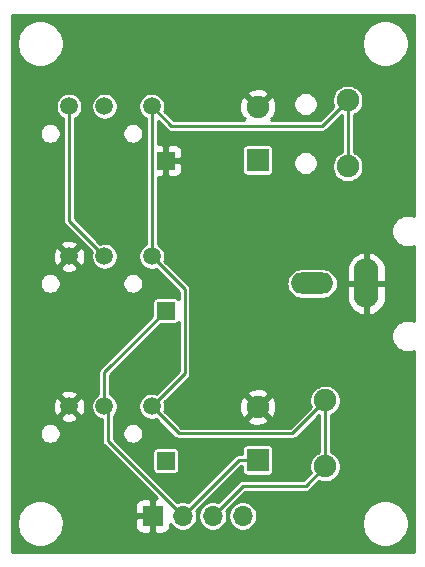
<source format=gbl>
G04 #@! TF.GenerationSoftware,KiCad,Pcbnew,(5.1.8)-1*
G04 #@! TF.CreationDate,2023-07-01T22:25:39+09:00*
G04 #@! TF.ProjectId,TRRS,54525253-2e6b-4696-9361-645f70636258,rev?*
G04 #@! TF.SameCoordinates,PX9157080PY791ddc0*
G04 #@! TF.FileFunction,Copper,L2,Bot*
G04 #@! TF.FilePolarity,Positive*
%FSLAX46Y46*%
G04 Gerber Fmt 4.6, Leading zero omitted, Abs format (unit mm)*
G04 Created by KiCad (PCBNEW (5.1.8)-1) date 2023-07-01 22:25:39*
%MOMM*%
%LPD*%
G01*
G04 APERTURE LIST*
G04 #@! TA.AperFunction,ComponentPad*
%ADD10C,1.900000*%
G04 #@! TD*
G04 #@! TA.AperFunction,ComponentPad*
%ADD11R,1.900000X1.900000*%
G04 #@! TD*
G04 #@! TA.AperFunction,ComponentPad*
%ADD12O,3.600000X1.800000*%
G04 #@! TD*
G04 #@! TA.AperFunction,ComponentPad*
%ADD13O,2.100000X4.200000*%
G04 #@! TD*
G04 #@! TA.AperFunction,ComponentPad*
%ADD14C,1.500000*%
G04 #@! TD*
G04 #@! TA.AperFunction,ComponentPad*
%ADD15R,1.500000X1.500000*%
G04 #@! TD*
G04 #@! TA.AperFunction,ComponentPad*
%ADD16O,1.700000X1.700000*%
G04 #@! TD*
G04 #@! TA.AperFunction,ComponentPad*
%ADD17R,1.700000X1.700000*%
G04 #@! TD*
G04 #@! TA.AperFunction,ViaPad*
%ADD18C,0.800000*%
G04 #@! TD*
G04 #@! TA.AperFunction,Conductor*
%ADD19C,0.250000*%
G04 #@! TD*
G04 #@! TA.AperFunction,Conductor*
%ADD20C,0.254000*%
G04 #@! TD*
G04 #@! TA.AperFunction,Conductor*
%ADD21C,0.100000*%
G04 #@! TD*
G04 APERTURE END LIST*
D10*
X21590000Y13045000D03*
D11*
X21590000Y8545000D03*
D10*
X27305000Y13589000D03*
X27305000Y8001000D03*
D12*
X26200000Y23495000D03*
D13*
X30800000Y23495000D03*
D14*
X8620000Y38495000D03*
D15*
X13820000Y33895000D03*
D14*
X5620000Y38495000D03*
X12620000Y38495000D03*
D16*
X20320000Y3810000D03*
X17780000Y3810000D03*
X15240000Y3810000D03*
D17*
X12700000Y3810000D03*
D14*
X8620000Y25795000D03*
D15*
X13820000Y21195000D03*
D14*
X5620000Y25795000D03*
X12620000Y25795000D03*
X8620000Y13095000D03*
D15*
X13820000Y8495000D03*
D14*
X5620000Y13095000D03*
X12620000Y13095000D03*
D10*
X21590000Y38445000D03*
D11*
X21590000Y33945000D03*
D10*
X29210000Y38989000D03*
X29210000Y33401000D03*
D18*
X27305000Y3810000D03*
X27305000Y41275000D03*
X19050000Y41275000D03*
X19050000Y23495000D03*
X8255000Y41275000D03*
D19*
X5620000Y28795000D02*
X8620000Y25795000D01*
X5620000Y38495000D02*
X5620000Y28795000D01*
X29210000Y38989000D02*
X29210000Y33401000D01*
X27305000Y13589000D02*
X27305000Y8001000D01*
X25654000Y6350000D02*
X27305000Y8001000D01*
X20320000Y6350000D02*
X25654000Y6350000D01*
X17780000Y3810000D02*
X20320000Y6350000D01*
X24511000Y10795000D02*
X27305000Y13589000D01*
X14920000Y10795000D02*
X24511000Y10795000D01*
X12620000Y13095000D02*
X14920000Y10795000D01*
X12620000Y13095000D02*
X15400000Y15875000D01*
X15400000Y23015000D02*
X12620000Y25795000D01*
X15400000Y15875000D02*
X15400000Y23015000D01*
X12620000Y25795000D02*
X12620000Y38495000D01*
X12620000Y38495000D02*
X14285000Y36830000D01*
X27051000Y36830000D02*
X29210000Y38989000D01*
X14285000Y36830000D02*
X27051000Y36830000D01*
X15240000Y3810000D02*
X8890000Y10160000D01*
X8890000Y12825000D02*
X8620000Y13095000D01*
X8890000Y10160000D02*
X8890000Y12825000D01*
X19975000Y8545000D02*
X15240000Y3810000D01*
X21590000Y8545000D02*
X19975000Y8545000D01*
X8620000Y15995000D02*
X13820000Y21195000D01*
X8620000Y13095000D02*
X8620000Y15995000D01*
D20*
X34798000Y29224363D02*
X34692823Y29267929D01*
X34426017Y29321000D01*
X34153983Y29321000D01*
X33887177Y29267929D01*
X33635851Y29163826D01*
X33409664Y29012693D01*
X33217307Y28820336D01*
X33066174Y28594149D01*
X32962071Y28342823D01*
X32909000Y28076017D01*
X32909000Y27803983D01*
X32962071Y27537177D01*
X33066174Y27285851D01*
X33217307Y27059664D01*
X33409664Y26867307D01*
X33635851Y26716174D01*
X33887177Y26612071D01*
X34153983Y26559000D01*
X34426017Y26559000D01*
X34692823Y26612071D01*
X34798000Y26655637D01*
X34798000Y20334363D01*
X34692823Y20377929D01*
X34426017Y20431000D01*
X34153983Y20431000D01*
X33887177Y20377929D01*
X33635851Y20273826D01*
X33409664Y20122693D01*
X33217307Y19930336D01*
X33066174Y19704149D01*
X32962071Y19452823D01*
X32909000Y19186017D01*
X32909000Y18913983D01*
X32962071Y18647177D01*
X33066174Y18395851D01*
X33217307Y18169664D01*
X33409664Y17977307D01*
X33635851Y17826174D01*
X33887177Y17722071D01*
X34153983Y17669000D01*
X34426017Y17669000D01*
X34692823Y17722071D01*
X34798000Y17765637D01*
X34798000Y762000D01*
X762000Y762000D01*
X762000Y3370111D01*
X1194000Y3370111D01*
X1194000Y2979889D01*
X1270129Y2597164D01*
X1419461Y2236645D01*
X1636257Y1912186D01*
X1912186Y1636257D01*
X2236645Y1419461D01*
X2597164Y1270129D01*
X2979889Y1194000D01*
X3370111Y1194000D01*
X3752836Y1270129D01*
X4113355Y1419461D01*
X4437814Y1636257D01*
X4713743Y1912186D01*
X4930539Y2236645D01*
X5079871Y2597164D01*
X5152043Y2960000D01*
X11211928Y2960000D01*
X11224188Y2835518D01*
X11260498Y2715820D01*
X11319463Y2605506D01*
X11398815Y2508815D01*
X11495506Y2429463D01*
X11605820Y2370498D01*
X11725518Y2334188D01*
X11850000Y2321928D01*
X12414250Y2325000D01*
X12573000Y2483750D01*
X12573000Y3683000D01*
X11373750Y3683000D01*
X11215000Y3524250D01*
X11211928Y2960000D01*
X5152043Y2960000D01*
X5156000Y2979889D01*
X5156000Y3370111D01*
X5079871Y3752836D01*
X4930539Y4113355D01*
X4713743Y4437814D01*
X4491557Y4660000D01*
X11211928Y4660000D01*
X11215000Y4095750D01*
X11373750Y3937000D01*
X12573000Y3937000D01*
X12573000Y5136250D01*
X12414250Y5295000D01*
X11850000Y5298072D01*
X11725518Y5285812D01*
X11605820Y5249502D01*
X11495506Y5190537D01*
X11398815Y5111185D01*
X11319463Y5014494D01*
X11260498Y4904180D01*
X11224188Y4784482D01*
X11211928Y4660000D01*
X4491557Y4660000D01*
X4437814Y4713743D01*
X4113355Y4930539D01*
X3752836Y5079871D01*
X3370111Y5156000D01*
X2979889Y5156000D01*
X2597164Y5079871D01*
X2236645Y4930539D01*
X1912186Y4713743D01*
X1636257Y4437814D01*
X1419461Y4113355D01*
X1270129Y3752836D01*
X1194000Y3370111D01*
X762000Y3370111D01*
X762000Y10881771D01*
X3139000Y10881771D01*
X3139000Y10708229D01*
X3172856Y10538022D01*
X3239268Y10377690D01*
X3335682Y10233395D01*
X3458395Y10110682D01*
X3602690Y10014268D01*
X3763022Y9947856D01*
X3933229Y9914000D01*
X4106771Y9914000D01*
X4276978Y9947856D01*
X4437310Y10014268D01*
X4581605Y10110682D01*
X4704318Y10233395D01*
X4800732Y10377690D01*
X4867144Y10538022D01*
X4901000Y10708229D01*
X4901000Y10881771D01*
X4867144Y11051978D01*
X4800732Y11212310D01*
X4704318Y11356605D01*
X4581605Y11479318D01*
X4437310Y11575732D01*
X4276978Y11642144D01*
X4106771Y11676000D01*
X3933229Y11676000D01*
X3763022Y11642144D01*
X3602690Y11575732D01*
X3458395Y11479318D01*
X3335682Y11356605D01*
X3239268Y11212310D01*
X3172856Y11051978D01*
X3139000Y10881771D01*
X762000Y10881771D01*
X762000Y12138007D01*
X4842612Y12138007D01*
X4908137Y11899140D01*
X5155116Y11783240D01*
X5419960Y11717750D01*
X5692492Y11705188D01*
X5962238Y11746035D01*
X6218832Y11838723D01*
X6331863Y11899140D01*
X6397388Y12138007D01*
X5620000Y12915395D01*
X4842612Y12138007D01*
X762000Y12138007D01*
X762000Y13022508D01*
X4230188Y13022508D01*
X4271035Y12752762D01*
X4363723Y12496168D01*
X4424140Y12383137D01*
X4663007Y12317612D01*
X5440395Y13095000D01*
X5799605Y13095000D01*
X6576993Y12317612D01*
X6815860Y12383137D01*
X6931760Y12630116D01*
X6997250Y12894960D01*
X7009812Y13167492D01*
X7003922Y13206394D01*
X7489000Y13206394D01*
X7489000Y12983606D01*
X7532464Y12765100D01*
X7617721Y12559271D01*
X7741495Y12374030D01*
X7899030Y12216495D01*
X8084271Y12092721D01*
X8290100Y12007464D01*
X8384001Y11988786D01*
X8384000Y10184846D01*
X8381553Y10160000D01*
X8384000Y10135154D01*
X8384000Y10135147D01*
X8391322Y10060808D01*
X8420255Y9965426D01*
X8467241Y9877521D01*
X8530473Y9800473D01*
X8549785Y9784624D01*
X13039118Y5295291D01*
X12985750Y5295000D01*
X12827000Y5136250D01*
X12827000Y3937000D01*
X12847000Y3937000D01*
X12847000Y3683000D01*
X12827000Y3683000D01*
X12827000Y2483750D01*
X12985750Y2325000D01*
X13550000Y2321928D01*
X13674482Y2334188D01*
X13794180Y2370498D01*
X13904494Y2429463D01*
X14001185Y2508815D01*
X14080537Y2605506D01*
X14139502Y2715820D01*
X14175812Y2835518D01*
X14188072Y2960000D01*
X14186927Y3170294D01*
X14283820Y3025283D01*
X14455283Y2853820D01*
X14656903Y2719102D01*
X14880931Y2626307D01*
X15118757Y2579000D01*
X15361243Y2579000D01*
X15599069Y2626307D01*
X15823097Y2719102D01*
X16024717Y2853820D01*
X16196180Y3025283D01*
X16330898Y3226903D01*
X16423693Y3450931D01*
X16471000Y3688757D01*
X16471000Y3931243D01*
X16423693Y4169069D01*
X16391758Y4246167D01*
X20184592Y8039000D01*
X20257157Y8039000D01*
X20257157Y7595000D01*
X20264513Y7520311D01*
X20286299Y7448492D01*
X20321678Y7382304D01*
X20369289Y7324289D01*
X20427304Y7276678D01*
X20493492Y7241299D01*
X20565311Y7219513D01*
X20640000Y7212157D01*
X22540000Y7212157D01*
X22614689Y7219513D01*
X22686508Y7241299D01*
X22752696Y7276678D01*
X22810711Y7324289D01*
X22858322Y7382304D01*
X22893701Y7448492D01*
X22915487Y7520311D01*
X22922843Y7595000D01*
X22922843Y9495000D01*
X22915487Y9569689D01*
X22893701Y9641508D01*
X22858322Y9707696D01*
X22810711Y9765711D01*
X22752696Y9813322D01*
X22686508Y9848701D01*
X22614689Y9870487D01*
X22540000Y9877843D01*
X20640000Y9877843D01*
X20565311Y9870487D01*
X20493492Y9848701D01*
X20427304Y9813322D01*
X20369289Y9765711D01*
X20321678Y9707696D01*
X20286299Y9641508D01*
X20264513Y9569689D01*
X20257157Y9495000D01*
X20257157Y9051000D01*
X19999845Y9051000D01*
X19974999Y9053447D01*
X19950153Y9051000D01*
X19950146Y9051000D01*
X19885694Y9044652D01*
X19875806Y9043678D01*
X19780425Y9014745D01*
X19692521Y8967759D01*
X19615473Y8904527D01*
X19599628Y8885220D01*
X15676167Y4961758D01*
X15599069Y4993693D01*
X15361243Y5041000D01*
X15118757Y5041000D01*
X14880931Y4993693D01*
X14803834Y4961758D01*
X10520592Y9245000D01*
X12687157Y9245000D01*
X12687157Y7745000D01*
X12694513Y7670311D01*
X12716299Y7598492D01*
X12751678Y7532304D01*
X12799289Y7474289D01*
X12857304Y7426678D01*
X12923492Y7391299D01*
X12995311Y7369513D01*
X13070000Y7362157D01*
X14570000Y7362157D01*
X14644689Y7369513D01*
X14716508Y7391299D01*
X14782696Y7426678D01*
X14840711Y7474289D01*
X14888322Y7532304D01*
X14923701Y7598492D01*
X14945487Y7670311D01*
X14952843Y7745000D01*
X14952843Y9245000D01*
X14945487Y9319689D01*
X14923701Y9391508D01*
X14888322Y9457696D01*
X14840711Y9515711D01*
X14782696Y9563322D01*
X14716508Y9598701D01*
X14644689Y9620487D01*
X14570000Y9627843D01*
X13070000Y9627843D01*
X12995311Y9620487D01*
X12923492Y9598701D01*
X12857304Y9563322D01*
X12799289Y9515711D01*
X12751678Y9457696D01*
X12716299Y9391508D01*
X12694513Y9319689D01*
X12687157Y9245000D01*
X10520592Y9245000D01*
X9396000Y10369591D01*
X9396000Y10881771D01*
X10139000Y10881771D01*
X10139000Y10708229D01*
X10172856Y10538022D01*
X10239268Y10377690D01*
X10335682Y10233395D01*
X10458395Y10110682D01*
X10602690Y10014268D01*
X10763022Y9947856D01*
X10933229Y9914000D01*
X11106771Y9914000D01*
X11276978Y9947856D01*
X11437310Y10014268D01*
X11581605Y10110682D01*
X11704318Y10233395D01*
X11800732Y10377690D01*
X11867144Y10538022D01*
X11901000Y10708229D01*
X11901000Y10881771D01*
X11867144Y11051978D01*
X11800732Y11212310D01*
X11704318Y11356605D01*
X11581605Y11479318D01*
X11437310Y11575732D01*
X11276978Y11642144D01*
X11106771Y11676000D01*
X10933229Y11676000D01*
X10763022Y11642144D01*
X10602690Y11575732D01*
X10458395Y11479318D01*
X10335682Y11356605D01*
X10239268Y11212310D01*
X10172856Y11051978D01*
X10139000Y10881771D01*
X9396000Y10881771D01*
X9396000Y12271525D01*
X9498505Y12374030D01*
X9622279Y12559271D01*
X9707536Y12765100D01*
X9751000Y12983606D01*
X9751000Y13206394D01*
X9707536Y13424900D01*
X9622279Y13630729D01*
X9498505Y13815970D01*
X9340970Y13973505D01*
X9155729Y14097279D01*
X9126000Y14109593D01*
X9126000Y15785409D01*
X13402749Y20062157D01*
X14570000Y20062157D01*
X14644689Y20069513D01*
X14716508Y20091299D01*
X14782696Y20126678D01*
X14840711Y20174289D01*
X14888322Y20232304D01*
X14894001Y20242928D01*
X14894000Y16084592D01*
X12979630Y14170221D01*
X12949900Y14182536D01*
X12731394Y14226000D01*
X12508606Y14226000D01*
X12290100Y14182536D01*
X12084271Y14097279D01*
X11899030Y13973505D01*
X11741495Y13815970D01*
X11617721Y13630729D01*
X11532464Y13424900D01*
X11489000Y13206394D01*
X11489000Y12983606D01*
X11532464Y12765100D01*
X11617721Y12559271D01*
X11741495Y12374030D01*
X11899030Y12216495D01*
X12084271Y12092721D01*
X12290100Y12007464D01*
X12508606Y11964000D01*
X12731394Y11964000D01*
X12949900Y12007464D01*
X12979630Y12019779D01*
X14544628Y10454780D01*
X14560473Y10435473D01*
X14637521Y10372241D01*
X14725425Y10325255D01*
X14820806Y10296322D01*
X14830694Y10295348D01*
X14895146Y10289000D01*
X14895153Y10289000D01*
X14919999Y10286553D01*
X14944845Y10289000D01*
X24486154Y10289000D01*
X24511000Y10286553D01*
X24535846Y10289000D01*
X24535854Y10289000D01*
X24610193Y10296322D01*
X24705575Y10325255D01*
X24793479Y10372241D01*
X24870527Y10435473D01*
X24886376Y10454785D01*
X26792297Y12360705D01*
X26799000Y12357928D01*
X26799001Y9232072D01*
X26674535Y9180517D01*
X26456537Y9034855D01*
X26271145Y8849463D01*
X26125483Y8631465D01*
X26025150Y8389238D01*
X25974000Y8132092D01*
X25974000Y7869908D01*
X26025150Y7612762D01*
X26076705Y7488296D01*
X25444409Y6856000D01*
X20344845Y6856000D01*
X20319999Y6858447D01*
X20295153Y6856000D01*
X20295146Y6856000D01*
X20230694Y6849652D01*
X20220806Y6848678D01*
X20198607Y6841944D01*
X20125425Y6819745D01*
X20037521Y6772759D01*
X19960473Y6709527D01*
X19944629Y6690221D01*
X18216167Y4961758D01*
X18139069Y4993693D01*
X17901243Y5041000D01*
X17658757Y5041000D01*
X17420931Y4993693D01*
X17196903Y4900898D01*
X16995283Y4766180D01*
X16823820Y4594717D01*
X16689102Y4393097D01*
X16596307Y4169069D01*
X16549000Y3931243D01*
X16549000Y3688757D01*
X16596307Y3450931D01*
X16689102Y3226903D01*
X16823820Y3025283D01*
X16995283Y2853820D01*
X17196903Y2719102D01*
X17420931Y2626307D01*
X17658757Y2579000D01*
X17901243Y2579000D01*
X18139069Y2626307D01*
X18363097Y2719102D01*
X18564717Y2853820D01*
X18736180Y3025283D01*
X18870898Y3226903D01*
X18963693Y3450931D01*
X19011000Y3688757D01*
X19011000Y3931243D01*
X19089000Y3931243D01*
X19089000Y3688757D01*
X19136307Y3450931D01*
X19229102Y3226903D01*
X19363820Y3025283D01*
X19535283Y2853820D01*
X19736903Y2719102D01*
X19960931Y2626307D01*
X20198757Y2579000D01*
X20441243Y2579000D01*
X20679069Y2626307D01*
X20903097Y2719102D01*
X21104717Y2853820D01*
X21276180Y3025283D01*
X21410898Y3226903D01*
X21470216Y3370111D01*
X30404000Y3370111D01*
X30404000Y2979889D01*
X30480129Y2597164D01*
X30629461Y2236645D01*
X30846257Y1912186D01*
X31122186Y1636257D01*
X31446645Y1419461D01*
X31807164Y1270129D01*
X32189889Y1194000D01*
X32580111Y1194000D01*
X32962836Y1270129D01*
X33323355Y1419461D01*
X33647814Y1636257D01*
X33923743Y1912186D01*
X34140539Y2236645D01*
X34289871Y2597164D01*
X34366000Y2979889D01*
X34366000Y3370111D01*
X34289871Y3752836D01*
X34140539Y4113355D01*
X33923743Y4437814D01*
X33647814Y4713743D01*
X33323355Y4930539D01*
X32962836Y5079871D01*
X32580111Y5156000D01*
X32189889Y5156000D01*
X31807164Y5079871D01*
X31446645Y4930539D01*
X31122186Y4713743D01*
X30846257Y4437814D01*
X30629461Y4113355D01*
X30480129Y3752836D01*
X30404000Y3370111D01*
X21470216Y3370111D01*
X21503693Y3450931D01*
X21551000Y3688757D01*
X21551000Y3931243D01*
X21503693Y4169069D01*
X21410898Y4393097D01*
X21276180Y4594717D01*
X21104717Y4766180D01*
X20903097Y4900898D01*
X20679069Y4993693D01*
X20441243Y5041000D01*
X20198757Y5041000D01*
X19960931Y4993693D01*
X19736903Y4900898D01*
X19535283Y4766180D01*
X19363820Y4594717D01*
X19229102Y4393097D01*
X19136307Y4169069D01*
X19089000Y3931243D01*
X19011000Y3931243D01*
X18963693Y4169069D01*
X18931758Y4246167D01*
X20529592Y5844000D01*
X25629154Y5844000D01*
X25654000Y5841553D01*
X25678846Y5844000D01*
X25678854Y5844000D01*
X25753193Y5851322D01*
X25848575Y5880255D01*
X25936479Y5927241D01*
X26013527Y5990473D01*
X26029376Y6009785D01*
X26792296Y6772705D01*
X26916762Y6721150D01*
X27173908Y6670000D01*
X27436092Y6670000D01*
X27693238Y6721150D01*
X27935465Y6821483D01*
X28153463Y6967145D01*
X28338855Y7152537D01*
X28484517Y7370535D01*
X28584850Y7612762D01*
X28636000Y7869908D01*
X28636000Y8132092D01*
X28584850Y8389238D01*
X28484517Y8631465D01*
X28338855Y8849463D01*
X28153463Y9034855D01*
X27935465Y9180517D01*
X27811000Y9232072D01*
X27811000Y12357928D01*
X27935465Y12409483D01*
X28153463Y12555145D01*
X28338855Y12740537D01*
X28484517Y12958535D01*
X28584850Y13200762D01*
X28636000Y13457908D01*
X28636000Y13720092D01*
X28584850Y13977238D01*
X28484517Y14219465D01*
X28338855Y14437463D01*
X28153463Y14622855D01*
X27935465Y14768517D01*
X27693238Y14868850D01*
X27436092Y14920000D01*
X27173908Y14920000D01*
X26916762Y14868850D01*
X26674535Y14768517D01*
X26456537Y14622855D01*
X26271145Y14437463D01*
X26125483Y14219465D01*
X26025150Y13977238D01*
X25974000Y13720092D01*
X25974000Y13457908D01*
X26025150Y13200762D01*
X26076705Y13076297D01*
X24301409Y11301000D01*
X15129592Y11301000D01*
X14485344Y11945248D01*
X20669853Y11945248D01*
X20759579Y11685958D01*
X21040671Y11550065D01*
X21342873Y11471621D01*
X21654573Y11453641D01*
X21963791Y11496816D01*
X22258644Y11599487D01*
X22420421Y11685958D01*
X22510147Y11945248D01*
X21590000Y12865395D01*
X20669853Y11945248D01*
X14485344Y11945248D01*
X13695221Y12735370D01*
X13707536Y12765100D01*
X13750367Y12980427D01*
X19998641Y12980427D01*
X20041816Y12671209D01*
X20144487Y12376356D01*
X20230958Y12214579D01*
X20490248Y12124853D01*
X21410395Y13045000D01*
X21769605Y13045000D01*
X22689752Y12124853D01*
X22949042Y12214579D01*
X23084935Y12495671D01*
X23163379Y12797873D01*
X23181359Y13109573D01*
X23138184Y13418791D01*
X23035513Y13713644D01*
X22949042Y13875421D01*
X22689752Y13965147D01*
X21769605Y13045000D01*
X21410395Y13045000D01*
X20490248Y13965147D01*
X20230958Y13875421D01*
X20095065Y13594329D01*
X20016621Y13292127D01*
X19998641Y12980427D01*
X13750367Y12980427D01*
X13751000Y12983606D01*
X13751000Y13206394D01*
X13707536Y13424900D01*
X13695221Y13454630D01*
X14385343Y14144752D01*
X20669853Y14144752D01*
X21590000Y13224605D01*
X22510147Y14144752D01*
X22420421Y14404042D01*
X22139329Y14539935D01*
X21837127Y14618379D01*
X21525427Y14636359D01*
X21216209Y14593184D01*
X20921356Y14490513D01*
X20759579Y14404042D01*
X20669853Y14144752D01*
X14385343Y14144752D01*
X15740220Y15499628D01*
X15759527Y15515473D01*
X15822759Y15592521D01*
X15869745Y15680425D01*
X15898678Y15775807D01*
X15906000Y15850146D01*
X15906000Y15850147D01*
X15908448Y15875000D01*
X15906000Y15899854D01*
X15906000Y22990146D01*
X15908448Y23015000D01*
X15898678Y23114193D01*
X15869745Y23209575D01*
X15822759Y23297479D01*
X15759527Y23374527D01*
X15740220Y23390372D01*
X15635592Y23495000D01*
X24012802Y23495000D01*
X24037535Y23243880D01*
X24110784Y23002411D01*
X24229734Y22779871D01*
X24389814Y22584814D01*
X24584871Y22424734D01*
X24807411Y22305784D01*
X25048880Y22232535D01*
X25237070Y22214000D01*
X27162930Y22214000D01*
X27351120Y22232535D01*
X27592589Y22305784D01*
X27815129Y22424734D01*
X28010186Y22584814D01*
X28170266Y22779871D01*
X28289216Y23002411D01*
X28362465Y23243880D01*
X28374689Y23368000D01*
X29115000Y23368000D01*
X29115000Y22318000D01*
X29172153Y21991713D01*
X29291864Y21682846D01*
X29469531Y21403268D01*
X29698327Y21163723D01*
X29969460Y20973417D01*
X30272510Y20839663D01*
X30411721Y20805346D01*
X30673000Y20924043D01*
X30673000Y23368000D01*
X30927000Y23368000D01*
X30927000Y20924043D01*
X31188279Y20805346D01*
X31327490Y20839663D01*
X31630540Y20973417D01*
X31901673Y21163723D01*
X32130469Y21403268D01*
X32308136Y21682846D01*
X32427847Y21991713D01*
X32485000Y22318000D01*
X32485000Y23368000D01*
X30927000Y23368000D01*
X30673000Y23368000D01*
X29115000Y23368000D01*
X28374689Y23368000D01*
X28387198Y23495000D01*
X28362465Y23746120D01*
X28289216Y23987589D01*
X28170266Y24210129D01*
X28010186Y24405186D01*
X27815129Y24565266D01*
X27615444Y24672000D01*
X29115000Y24672000D01*
X29115000Y23622000D01*
X30673000Y23622000D01*
X30673000Y26065957D01*
X30927000Y26065957D01*
X30927000Y23622000D01*
X32485000Y23622000D01*
X32485000Y24672000D01*
X32427847Y24998287D01*
X32308136Y25307154D01*
X32130469Y25586732D01*
X31901673Y25826277D01*
X31630540Y26016583D01*
X31327490Y26150337D01*
X31188279Y26184654D01*
X30927000Y26065957D01*
X30673000Y26065957D01*
X30411721Y26184654D01*
X30272510Y26150337D01*
X29969460Y26016583D01*
X29698327Y25826277D01*
X29469531Y25586732D01*
X29291864Y25307154D01*
X29172153Y24998287D01*
X29115000Y24672000D01*
X27615444Y24672000D01*
X27592589Y24684216D01*
X27351120Y24757465D01*
X27162930Y24776000D01*
X25237070Y24776000D01*
X25048880Y24757465D01*
X24807411Y24684216D01*
X24584871Y24565266D01*
X24389814Y24405186D01*
X24229734Y24210129D01*
X24110784Y23987589D01*
X24037535Y23746120D01*
X24012802Y23495000D01*
X15635592Y23495000D01*
X13695221Y25435370D01*
X13707536Y25465100D01*
X13751000Y25683606D01*
X13751000Y25906394D01*
X13707536Y26124900D01*
X13622279Y26330729D01*
X13498505Y26515970D01*
X13340970Y26673505D01*
X13155729Y26797279D01*
X13126000Y26809593D01*
X13126000Y32507299D01*
X13534250Y32510000D01*
X13693000Y32668750D01*
X13693000Y33768000D01*
X13947000Y33768000D01*
X13947000Y32668750D01*
X14105750Y32510000D01*
X14570000Y32506928D01*
X14694482Y32519188D01*
X14814180Y32555498D01*
X14924494Y32614463D01*
X15021185Y32693815D01*
X15100537Y32790506D01*
X15159502Y32900820D01*
X15195812Y33020518D01*
X15208072Y33145000D01*
X15205000Y33609250D01*
X15046250Y33768000D01*
X13947000Y33768000D01*
X13693000Y33768000D01*
X13673000Y33768000D01*
X13673000Y34022000D01*
X13693000Y34022000D01*
X13693000Y35121250D01*
X13947000Y35121250D01*
X13947000Y34022000D01*
X15046250Y34022000D01*
X15205000Y34180750D01*
X15208072Y34645000D01*
X15195812Y34769482D01*
X15159502Y34889180D01*
X15156392Y34895000D01*
X20257157Y34895000D01*
X20257157Y32995000D01*
X20264513Y32920311D01*
X20286299Y32848492D01*
X20321678Y32782304D01*
X20369289Y32724289D01*
X20427304Y32676678D01*
X20493492Y32641299D01*
X20565311Y32619513D01*
X20640000Y32612157D01*
X22540000Y32612157D01*
X22614689Y32619513D01*
X22686508Y32641299D01*
X22752696Y32676678D01*
X22810711Y32724289D01*
X22858322Y32782304D01*
X22893701Y32848492D01*
X22915487Y32920311D01*
X22922843Y32995000D01*
X22922843Y33796545D01*
X24609000Y33796545D01*
X24609000Y33593455D01*
X24648620Y33394268D01*
X24726339Y33206638D01*
X24839170Y33037776D01*
X24982776Y32894170D01*
X25151638Y32781339D01*
X25339268Y32703620D01*
X25538455Y32664000D01*
X25741545Y32664000D01*
X25940732Y32703620D01*
X26128362Y32781339D01*
X26297224Y32894170D01*
X26440830Y33037776D01*
X26553661Y33206638D01*
X26631380Y33394268D01*
X26671000Y33593455D01*
X26671000Y33796545D01*
X26631380Y33995732D01*
X26553661Y34183362D01*
X26440830Y34352224D01*
X26297224Y34495830D01*
X26128362Y34608661D01*
X25940732Y34686380D01*
X25741545Y34726000D01*
X25538455Y34726000D01*
X25339268Y34686380D01*
X25151638Y34608661D01*
X24982776Y34495830D01*
X24839170Y34352224D01*
X24726339Y34183362D01*
X24648620Y33995732D01*
X24609000Y33796545D01*
X22922843Y33796545D01*
X22922843Y34895000D01*
X22915487Y34969689D01*
X22893701Y35041508D01*
X22858322Y35107696D01*
X22810711Y35165711D01*
X22752696Y35213322D01*
X22686508Y35248701D01*
X22614689Y35270487D01*
X22540000Y35277843D01*
X20640000Y35277843D01*
X20565311Y35270487D01*
X20493492Y35248701D01*
X20427304Y35213322D01*
X20369289Y35165711D01*
X20321678Y35107696D01*
X20286299Y35041508D01*
X20264513Y34969689D01*
X20257157Y34895000D01*
X15156392Y34895000D01*
X15100537Y34999494D01*
X15021185Y35096185D01*
X14924494Y35175537D01*
X14814180Y35234502D01*
X14694482Y35270812D01*
X14570000Y35283072D01*
X14105750Y35280000D01*
X13947000Y35121250D01*
X13693000Y35121250D01*
X13534250Y35280000D01*
X13126000Y35282701D01*
X13126000Y37273408D01*
X13909628Y36489780D01*
X13925473Y36470473D01*
X14002521Y36407241D01*
X14090425Y36360255D01*
X14185807Y36331322D01*
X14285000Y36321552D01*
X14309854Y36324000D01*
X27026154Y36324000D01*
X27051000Y36321553D01*
X27075846Y36324000D01*
X27075854Y36324000D01*
X27150193Y36331322D01*
X27245575Y36360255D01*
X27333479Y36407241D01*
X27410527Y36470473D01*
X27426376Y36489785D01*
X28697297Y37760705D01*
X28704000Y37757928D01*
X28704001Y34632072D01*
X28579535Y34580517D01*
X28361537Y34434855D01*
X28176145Y34249463D01*
X28030483Y34031465D01*
X27930150Y33789238D01*
X27879000Y33532092D01*
X27879000Y33269908D01*
X27930150Y33012762D01*
X28030483Y32770535D01*
X28176145Y32552537D01*
X28361537Y32367145D01*
X28579535Y32221483D01*
X28821762Y32121150D01*
X29078908Y32070000D01*
X29341092Y32070000D01*
X29598238Y32121150D01*
X29840465Y32221483D01*
X30058463Y32367145D01*
X30243855Y32552537D01*
X30389517Y32770535D01*
X30489850Y33012762D01*
X30541000Y33269908D01*
X30541000Y33532092D01*
X30489850Y33789238D01*
X30389517Y34031465D01*
X30243855Y34249463D01*
X30058463Y34434855D01*
X29840465Y34580517D01*
X29716000Y34632072D01*
X29716000Y37757928D01*
X29840465Y37809483D01*
X30058463Y37955145D01*
X30243855Y38140537D01*
X30389517Y38358535D01*
X30489850Y38600762D01*
X30541000Y38857908D01*
X30541000Y39120092D01*
X30489850Y39377238D01*
X30389517Y39619465D01*
X30243855Y39837463D01*
X30058463Y40022855D01*
X29840465Y40168517D01*
X29598238Y40268850D01*
X29341092Y40320000D01*
X29078908Y40320000D01*
X28821762Y40268850D01*
X28579535Y40168517D01*
X28361537Y40022855D01*
X28176145Y39837463D01*
X28030483Y39619465D01*
X27930150Y39377238D01*
X27879000Y39120092D01*
X27879000Y38857908D01*
X27930150Y38600762D01*
X27981705Y38476297D01*
X26841409Y37336000D01*
X22732506Y37336000D01*
X22805557Y37409051D01*
X22689754Y37524854D01*
X22949042Y37614579D01*
X23084935Y37895671D01*
X23163379Y38197873D01*
X23181359Y38509573D01*
X23141291Y38796545D01*
X24609000Y38796545D01*
X24609000Y38593455D01*
X24648620Y38394268D01*
X24726339Y38206638D01*
X24839170Y38037776D01*
X24982776Y37894170D01*
X25151638Y37781339D01*
X25339268Y37703620D01*
X25538455Y37664000D01*
X25741545Y37664000D01*
X25940732Y37703620D01*
X26128362Y37781339D01*
X26297224Y37894170D01*
X26440830Y38037776D01*
X26553661Y38206638D01*
X26631380Y38394268D01*
X26671000Y38593455D01*
X26671000Y38796545D01*
X26631380Y38995732D01*
X26553661Y39183362D01*
X26440830Y39352224D01*
X26297224Y39495830D01*
X26128362Y39608661D01*
X25940732Y39686380D01*
X25741545Y39726000D01*
X25538455Y39726000D01*
X25339268Y39686380D01*
X25151638Y39608661D01*
X24982776Y39495830D01*
X24839170Y39352224D01*
X24726339Y39183362D01*
X24648620Y38995732D01*
X24609000Y38796545D01*
X23141291Y38796545D01*
X23138184Y38818791D01*
X23035513Y39113644D01*
X22949042Y39275421D01*
X22689752Y39365147D01*
X21769605Y38445000D01*
X21783748Y38430857D01*
X21604143Y38251252D01*
X21590000Y38265395D01*
X21575858Y38251252D01*
X21396253Y38430857D01*
X21410395Y38445000D01*
X20490248Y39365147D01*
X20230958Y39275421D01*
X20095065Y38994329D01*
X20016621Y38692127D01*
X19998641Y38380427D01*
X20041816Y38071209D01*
X20144487Y37776356D01*
X20230958Y37614579D01*
X20490246Y37524854D01*
X20374443Y37409051D01*
X20447494Y37336000D01*
X14494592Y37336000D01*
X13695221Y38135370D01*
X13707536Y38165100D01*
X13751000Y38383606D01*
X13751000Y38606394D01*
X13707536Y38824900D01*
X13622279Y39030729D01*
X13498505Y39215970D01*
X13340970Y39373505D01*
X13155729Y39497279D01*
X13041119Y39544752D01*
X20669853Y39544752D01*
X21590000Y38624605D01*
X22510147Y39544752D01*
X22420421Y39804042D01*
X22139329Y39939935D01*
X21837127Y40018379D01*
X21525427Y40036359D01*
X21216209Y39993184D01*
X20921356Y39890513D01*
X20759579Y39804042D01*
X20669853Y39544752D01*
X13041119Y39544752D01*
X12949900Y39582536D01*
X12731394Y39626000D01*
X12508606Y39626000D01*
X12290100Y39582536D01*
X12084271Y39497279D01*
X11899030Y39373505D01*
X11741495Y39215970D01*
X11617721Y39030729D01*
X11532464Y38824900D01*
X11489000Y38606394D01*
X11489000Y38383606D01*
X11532464Y38165100D01*
X11617721Y37959271D01*
X11741495Y37774030D01*
X11899030Y37616495D01*
X12084271Y37492721D01*
X12114001Y37480406D01*
X12114000Y26809593D01*
X12084271Y26797279D01*
X11899030Y26673505D01*
X11741495Y26515970D01*
X11617721Y26330729D01*
X11532464Y26124900D01*
X11489000Y25906394D01*
X11489000Y25683606D01*
X11532464Y25465100D01*
X11617721Y25259271D01*
X11741495Y25074030D01*
X11899030Y24916495D01*
X12084271Y24792721D01*
X12290100Y24707464D01*
X12508606Y24664000D01*
X12731394Y24664000D01*
X12949900Y24707464D01*
X12979630Y24719779D01*
X14894001Y22805407D01*
X14894001Y22147072D01*
X14888322Y22157696D01*
X14840711Y22215711D01*
X14782696Y22263322D01*
X14716508Y22298701D01*
X14644689Y22320487D01*
X14570000Y22327843D01*
X13070000Y22327843D01*
X12995311Y22320487D01*
X12923492Y22298701D01*
X12857304Y22263322D01*
X12799289Y22215711D01*
X12751678Y22157696D01*
X12716299Y22091508D01*
X12694513Y22019689D01*
X12687157Y21945000D01*
X12687157Y20777749D01*
X8279781Y16370372D01*
X8260474Y16354527D01*
X8197242Y16277479D01*
X8182752Y16250370D01*
X8150255Y16189574D01*
X8121322Y16094192D01*
X8111553Y15995000D01*
X8114001Y15970144D01*
X8114000Y14109593D01*
X8084271Y14097279D01*
X7899030Y13973505D01*
X7741495Y13815970D01*
X7617721Y13630729D01*
X7532464Y13424900D01*
X7489000Y13206394D01*
X7003922Y13206394D01*
X6968965Y13437238D01*
X6876277Y13693832D01*
X6815860Y13806863D01*
X6576993Y13872388D01*
X5799605Y13095000D01*
X5440395Y13095000D01*
X4663007Y13872388D01*
X4424140Y13806863D01*
X4308240Y13559884D01*
X4242750Y13295040D01*
X4230188Y13022508D01*
X762000Y13022508D01*
X762000Y14051993D01*
X4842612Y14051993D01*
X5620000Y13274605D01*
X6397388Y14051993D01*
X6331863Y14290860D01*
X6084884Y14406760D01*
X5820040Y14472250D01*
X5547508Y14484812D01*
X5277762Y14443965D01*
X5021168Y14351277D01*
X4908137Y14290860D01*
X4842612Y14051993D01*
X762000Y14051993D01*
X762000Y23581771D01*
X3139000Y23581771D01*
X3139000Y23408229D01*
X3172856Y23238022D01*
X3239268Y23077690D01*
X3335682Y22933395D01*
X3458395Y22810682D01*
X3602690Y22714268D01*
X3763022Y22647856D01*
X3933229Y22614000D01*
X4106771Y22614000D01*
X4276978Y22647856D01*
X4437310Y22714268D01*
X4581605Y22810682D01*
X4704318Y22933395D01*
X4800732Y23077690D01*
X4867144Y23238022D01*
X4901000Y23408229D01*
X4901000Y23581771D01*
X10139000Y23581771D01*
X10139000Y23408229D01*
X10172856Y23238022D01*
X10239268Y23077690D01*
X10335682Y22933395D01*
X10458395Y22810682D01*
X10602690Y22714268D01*
X10763022Y22647856D01*
X10933229Y22614000D01*
X11106771Y22614000D01*
X11276978Y22647856D01*
X11437310Y22714268D01*
X11581605Y22810682D01*
X11704318Y22933395D01*
X11800732Y23077690D01*
X11867144Y23238022D01*
X11901000Y23408229D01*
X11901000Y23581771D01*
X11867144Y23751978D01*
X11800732Y23912310D01*
X11704318Y24056605D01*
X11581605Y24179318D01*
X11437310Y24275732D01*
X11276978Y24342144D01*
X11106771Y24376000D01*
X10933229Y24376000D01*
X10763022Y24342144D01*
X10602690Y24275732D01*
X10458395Y24179318D01*
X10335682Y24056605D01*
X10239268Y23912310D01*
X10172856Y23751978D01*
X10139000Y23581771D01*
X4901000Y23581771D01*
X4867144Y23751978D01*
X4800732Y23912310D01*
X4704318Y24056605D01*
X4581605Y24179318D01*
X4437310Y24275732D01*
X4276978Y24342144D01*
X4106771Y24376000D01*
X3933229Y24376000D01*
X3763022Y24342144D01*
X3602690Y24275732D01*
X3458395Y24179318D01*
X3335682Y24056605D01*
X3239268Y23912310D01*
X3172856Y23751978D01*
X3139000Y23581771D01*
X762000Y23581771D01*
X762000Y24838007D01*
X4842612Y24838007D01*
X4908137Y24599140D01*
X5155116Y24483240D01*
X5419960Y24417750D01*
X5692492Y24405188D01*
X5962238Y24446035D01*
X6218832Y24538723D01*
X6331863Y24599140D01*
X6397388Y24838007D01*
X5620000Y25615395D01*
X4842612Y24838007D01*
X762000Y24838007D01*
X762000Y25722508D01*
X4230188Y25722508D01*
X4271035Y25452762D01*
X4363723Y25196168D01*
X4424140Y25083137D01*
X4663007Y25017612D01*
X5440395Y25795000D01*
X5799605Y25795000D01*
X6576993Y25017612D01*
X6815860Y25083137D01*
X6931760Y25330116D01*
X6997250Y25594960D01*
X7009812Y25867492D01*
X6968965Y26137238D01*
X6876277Y26393832D01*
X6815860Y26506863D01*
X6576993Y26572388D01*
X5799605Y25795000D01*
X5440395Y25795000D01*
X4663007Y26572388D01*
X4424140Y26506863D01*
X4308240Y26259884D01*
X4242750Y25995040D01*
X4230188Y25722508D01*
X762000Y25722508D01*
X762000Y26751993D01*
X4842612Y26751993D01*
X5620000Y25974605D01*
X6397388Y26751993D01*
X6331863Y26990860D01*
X6084884Y27106760D01*
X5820040Y27172250D01*
X5547508Y27184812D01*
X5277762Y27143965D01*
X5021168Y27051277D01*
X4908137Y26990860D01*
X4842612Y26751993D01*
X762000Y26751993D01*
X762000Y36281771D01*
X3139000Y36281771D01*
X3139000Y36108229D01*
X3172856Y35938022D01*
X3239268Y35777690D01*
X3335682Y35633395D01*
X3458395Y35510682D01*
X3602690Y35414268D01*
X3763022Y35347856D01*
X3933229Y35314000D01*
X4106771Y35314000D01*
X4276978Y35347856D01*
X4437310Y35414268D01*
X4581605Y35510682D01*
X4704318Y35633395D01*
X4800732Y35777690D01*
X4867144Y35938022D01*
X4901000Y36108229D01*
X4901000Y36281771D01*
X4867144Y36451978D01*
X4800732Y36612310D01*
X4704318Y36756605D01*
X4581605Y36879318D01*
X4437310Y36975732D01*
X4276978Y37042144D01*
X4106771Y37076000D01*
X3933229Y37076000D01*
X3763022Y37042144D01*
X3602690Y36975732D01*
X3458395Y36879318D01*
X3335682Y36756605D01*
X3239268Y36612310D01*
X3172856Y36451978D01*
X3139000Y36281771D01*
X762000Y36281771D01*
X762000Y38606394D01*
X4489000Y38606394D01*
X4489000Y38383606D01*
X4532464Y38165100D01*
X4617721Y37959271D01*
X4741495Y37774030D01*
X4899030Y37616495D01*
X5084271Y37492721D01*
X5114000Y37480407D01*
X5114001Y28819856D01*
X5111553Y28795000D01*
X5121322Y28695808D01*
X5150255Y28600426D01*
X5172127Y28559508D01*
X5197242Y28512521D01*
X5260474Y28435473D01*
X5279781Y28419628D01*
X7544778Y26154630D01*
X7532464Y26124900D01*
X7489000Y25906394D01*
X7489000Y25683606D01*
X7532464Y25465100D01*
X7617721Y25259271D01*
X7741495Y25074030D01*
X7899030Y24916495D01*
X8084271Y24792721D01*
X8290100Y24707464D01*
X8508606Y24664000D01*
X8731394Y24664000D01*
X8949900Y24707464D01*
X9155729Y24792721D01*
X9340970Y24916495D01*
X9498505Y25074030D01*
X9622279Y25259271D01*
X9707536Y25465100D01*
X9751000Y25683606D01*
X9751000Y25906394D01*
X9707536Y26124900D01*
X9622279Y26330729D01*
X9498505Y26515970D01*
X9340970Y26673505D01*
X9155729Y26797279D01*
X8949900Y26882536D01*
X8731394Y26926000D01*
X8508606Y26926000D01*
X8290100Y26882536D01*
X8260370Y26870222D01*
X6126000Y29004591D01*
X6126000Y36281771D01*
X10139000Y36281771D01*
X10139000Y36108229D01*
X10172856Y35938022D01*
X10239268Y35777690D01*
X10335682Y35633395D01*
X10458395Y35510682D01*
X10602690Y35414268D01*
X10763022Y35347856D01*
X10933229Y35314000D01*
X11106771Y35314000D01*
X11276978Y35347856D01*
X11437310Y35414268D01*
X11581605Y35510682D01*
X11704318Y35633395D01*
X11800732Y35777690D01*
X11867144Y35938022D01*
X11901000Y36108229D01*
X11901000Y36281771D01*
X11867144Y36451978D01*
X11800732Y36612310D01*
X11704318Y36756605D01*
X11581605Y36879318D01*
X11437310Y36975732D01*
X11276978Y37042144D01*
X11106771Y37076000D01*
X10933229Y37076000D01*
X10763022Y37042144D01*
X10602690Y36975732D01*
X10458395Y36879318D01*
X10335682Y36756605D01*
X10239268Y36612310D01*
X10172856Y36451978D01*
X10139000Y36281771D01*
X6126000Y36281771D01*
X6126000Y37480407D01*
X6155729Y37492721D01*
X6340970Y37616495D01*
X6498505Y37774030D01*
X6622279Y37959271D01*
X6707536Y38165100D01*
X6751000Y38383606D01*
X6751000Y38606394D01*
X7489000Y38606394D01*
X7489000Y38383606D01*
X7532464Y38165100D01*
X7617721Y37959271D01*
X7741495Y37774030D01*
X7899030Y37616495D01*
X8084271Y37492721D01*
X8290100Y37407464D01*
X8508606Y37364000D01*
X8731394Y37364000D01*
X8949900Y37407464D01*
X9155729Y37492721D01*
X9340970Y37616495D01*
X9498505Y37774030D01*
X9622279Y37959271D01*
X9707536Y38165100D01*
X9751000Y38383606D01*
X9751000Y38606394D01*
X9707536Y38824900D01*
X9622279Y39030729D01*
X9498505Y39215970D01*
X9340970Y39373505D01*
X9155729Y39497279D01*
X8949900Y39582536D01*
X8731394Y39626000D01*
X8508606Y39626000D01*
X8290100Y39582536D01*
X8084271Y39497279D01*
X7899030Y39373505D01*
X7741495Y39215970D01*
X7617721Y39030729D01*
X7532464Y38824900D01*
X7489000Y38606394D01*
X6751000Y38606394D01*
X6707536Y38824900D01*
X6622279Y39030729D01*
X6498505Y39215970D01*
X6340970Y39373505D01*
X6155729Y39497279D01*
X5949900Y39582536D01*
X5731394Y39626000D01*
X5508606Y39626000D01*
X5290100Y39582536D01*
X5084271Y39497279D01*
X4899030Y39373505D01*
X4741495Y39215970D01*
X4617721Y39030729D01*
X4532464Y38824900D01*
X4489000Y38606394D01*
X762000Y38606394D01*
X762000Y44010111D01*
X1194000Y44010111D01*
X1194000Y43619889D01*
X1270129Y43237164D01*
X1419461Y42876645D01*
X1636257Y42552186D01*
X1912186Y42276257D01*
X2236645Y42059461D01*
X2597164Y41910129D01*
X2979889Y41834000D01*
X3370111Y41834000D01*
X3752836Y41910129D01*
X4113355Y42059461D01*
X4437814Y42276257D01*
X4713743Y42552186D01*
X4930539Y42876645D01*
X5079871Y43237164D01*
X5156000Y43619889D01*
X5156000Y44010111D01*
X30404000Y44010111D01*
X30404000Y43619889D01*
X30480129Y43237164D01*
X30629461Y42876645D01*
X30846257Y42552186D01*
X31122186Y42276257D01*
X31446645Y42059461D01*
X31807164Y41910129D01*
X32189889Y41834000D01*
X32580111Y41834000D01*
X32962836Y41910129D01*
X33323355Y42059461D01*
X33647814Y42276257D01*
X33923743Y42552186D01*
X34140539Y42876645D01*
X34289871Y43237164D01*
X34366000Y43619889D01*
X34366000Y44010111D01*
X34289871Y44392836D01*
X34140539Y44753355D01*
X33923743Y45077814D01*
X33647814Y45353743D01*
X33323355Y45570539D01*
X32962836Y45719871D01*
X32580111Y45796000D01*
X32189889Y45796000D01*
X31807164Y45719871D01*
X31446645Y45570539D01*
X31122186Y45353743D01*
X30846257Y45077814D01*
X30629461Y44753355D01*
X30480129Y44392836D01*
X30404000Y44010111D01*
X5156000Y44010111D01*
X5079871Y44392836D01*
X4930539Y44753355D01*
X4713743Y45077814D01*
X4437814Y45353743D01*
X4113355Y45570539D01*
X3752836Y45719871D01*
X3370111Y45796000D01*
X2979889Y45796000D01*
X2597164Y45719871D01*
X2236645Y45570539D01*
X1912186Y45353743D01*
X1636257Y45077814D01*
X1419461Y44753355D01*
X1270129Y44392836D01*
X1194000Y44010111D01*
X762000Y44010111D01*
X762000Y46228000D01*
X34798000Y46228000D01*
X34798000Y29224363D01*
G04 #@! TA.AperFunction,Conductor*
D21*
G36*
X34798000Y29224363D02*
G01*
X34692823Y29267929D01*
X34426017Y29321000D01*
X34153983Y29321000D01*
X33887177Y29267929D01*
X33635851Y29163826D01*
X33409664Y29012693D01*
X33217307Y28820336D01*
X33066174Y28594149D01*
X32962071Y28342823D01*
X32909000Y28076017D01*
X32909000Y27803983D01*
X32962071Y27537177D01*
X33066174Y27285851D01*
X33217307Y27059664D01*
X33409664Y26867307D01*
X33635851Y26716174D01*
X33887177Y26612071D01*
X34153983Y26559000D01*
X34426017Y26559000D01*
X34692823Y26612071D01*
X34798000Y26655637D01*
X34798000Y20334363D01*
X34692823Y20377929D01*
X34426017Y20431000D01*
X34153983Y20431000D01*
X33887177Y20377929D01*
X33635851Y20273826D01*
X33409664Y20122693D01*
X33217307Y19930336D01*
X33066174Y19704149D01*
X32962071Y19452823D01*
X32909000Y19186017D01*
X32909000Y18913983D01*
X32962071Y18647177D01*
X33066174Y18395851D01*
X33217307Y18169664D01*
X33409664Y17977307D01*
X33635851Y17826174D01*
X33887177Y17722071D01*
X34153983Y17669000D01*
X34426017Y17669000D01*
X34692823Y17722071D01*
X34798000Y17765637D01*
X34798000Y762000D01*
X762000Y762000D01*
X762000Y3370111D01*
X1194000Y3370111D01*
X1194000Y2979889D01*
X1270129Y2597164D01*
X1419461Y2236645D01*
X1636257Y1912186D01*
X1912186Y1636257D01*
X2236645Y1419461D01*
X2597164Y1270129D01*
X2979889Y1194000D01*
X3370111Y1194000D01*
X3752836Y1270129D01*
X4113355Y1419461D01*
X4437814Y1636257D01*
X4713743Y1912186D01*
X4930539Y2236645D01*
X5079871Y2597164D01*
X5152043Y2960000D01*
X11211928Y2960000D01*
X11224188Y2835518D01*
X11260498Y2715820D01*
X11319463Y2605506D01*
X11398815Y2508815D01*
X11495506Y2429463D01*
X11605820Y2370498D01*
X11725518Y2334188D01*
X11850000Y2321928D01*
X12414250Y2325000D01*
X12573000Y2483750D01*
X12573000Y3683000D01*
X11373750Y3683000D01*
X11215000Y3524250D01*
X11211928Y2960000D01*
X5152043Y2960000D01*
X5156000Y2979889D01*
X5156000Y3370111D01*
X5079871Y3752836D01*
X4930539Y4113355D01*
X4713743Y4437814D01*
X4491557Y4660000D01*
X11211928Y4660000D01*
X11215000Y4095750D01*
X11373750Y3937000D01*
X12573000Y3937000D01*
X12573000Y5136250D01*
X12414250Y5295000D01*
X11850000Y5298072D01*
X11725518Y5285812D01*
X11605820Y5249502D01*
X11495506Y5190537D01*
X11398815Y5111185D01*
X11319463Y5014494D01*
X11260498Y4904180D01*
X11224188Y4784482D01*
X11211928Y4660000D01*
X4491557Y4660000D01*
X4437814Y4713743D01*
X4113355Y4930539D01*
X3752836Y5079871D01*
X3370111Y5156000D01*
X2979889Y5156000D01*
X2597164Y5079871D01*
X2236645Y4930539D01*
X1912186Y4713743D01*
X1636257Y4437814D01*
X1419461Y4113355D01*
X1270129Y3752836D01*
X1194000Y3370111D01*
X762000Y3370111D01*
X762000Y10881771D01*
X3139000Y10881771D01*
X3139000Y10708229D01*
X3172856Y10538022D01*
X3239268Y10377690D01*
X3335682Y10233395D01*
X3458395Y10110682D01*
X3602690Y10014268D01*
X3763022Y9947856D01*
X3933229Y9914000D01*
X4106771Y9914000D01*
X4276978Y9947856D01*
X4437310Y10014268D01*
X4581605Y10110682D01*
X4704318Y10233395D01*
X4800732Y10377690D01*
X4867144Y10538022D01*
X4901000Y10708229D01*
X4901000Y10881771D01*
X4867144Y11051978D01*
X4800732Y11212310D01*
X4704318Y11356605D01*
X4581605Y11479318D01*
X4437310Y11575732D01*
X4276978Y11642144D01*
X4106771Y11676000D01*
X3933229Y11676000D01*
X3763022Y11642144D01*
X3602690Y11575732D01*
X3458395Y11479318D01*
X3335682Y11356605D01*
X3239268Y11212310D01*
X3172856Y11051978D01*
X3139000Y10881771D01*
X762000Y10881771D01*
X762000Y12138007D01*
X4842612Y12138007D01*
X4908137Y11899140D01*
X5155116Y11783240D01*
X5419960Y11717750D01*
X5692492Y11705188D01*
X5962238Y11746035D01*
X6218832Y11838723D01*
X6331863Y11899140D01*
X6397388Y12138007D01*
X5620000Y12915395D01*
X4842612Y12138007D01*
X762000Y12138007D01*
X762000Y13022508D01*
X4230188Y13022508D01*
X4271035Y12752762D01*
X4363723Y12496168D01*
X4424140Y12383137D01*
X4663007Y12317612D01*
X5440395Y13095000D01*
X5799605Y13095000D01*
X6576993Y12317612D01*
X6815860Y12383137D01*
X6931760Y12630116D01*
X6997250Y12894960D01*
X7009812Y13167492D01*
X7003922Y13206394D01*
X7489000Y13206394D01*
X7489000Y12983606D01*
X7532464Y12765100D01*
X7617721Y12559271D01*
X7741495Y12374030D01*
X7899030Y12216495D01*
X8084271Y12092721D01*
X8290100Y12007464D01*
X8384001Y11988786D01*
X8384000Y10184846D01*
X8381553Y10160000D01*
X8384000Y10135154D01*
X8384000Y10135147D01*
X8391322Y10060808D01*
X8420255Y9965426D01*
X8467241Y9877521D01*
X8530473Y9800473D01*
X8549785Y9784624D01*
X13039118Y5295291D01*
X12985750Y5295000D01*
X12827000Y5136250D01*
X12827000Y3937000D01*
X12847000Y3937000D01*
X12847000Y3683000D01*
X12827000Y3683000D01*
X12827000Y2483750D01*
X12985750Y2325000D01*
X13550000Y2321928D01*
X13674482Y2334188D01*
X13794180Y2370498D01*
X13904494Y2429463D01*
X14001185Y2508815D01*
X14080537Y2605506D01*
X14139502Y2715820D01*
X14175812Y2835518D01*
X14188072Y2960000D01*
X14186927Y3170294D01*
X14283820Y3025283D01*
X14455283Y2853820D01*
X14656903Y2719102D01*
X14880931Y2626307D01*
X15118757Y2579000D01*
X15361243Y2579000D01*
X15599069Y2626307D01*
X15823097Y2719102D01*
X16024717Y2853820D01*
X16196180Y3025283D01*
X16330898Y3226903D01*
X16423693Y3450931D01*
X16471000Y3688757D01*
X16471000Y3931243D01*
X16423693Y4169069D01*
X16391758Y4246167D01*
X20184592Y8039000D01*
X20257157Y8039000D01*
X20257157Y7595000D01*
X20264513Y7520311D01*
X20286299Y7448492D01*
X20321678Y7382304D01*
X20369289Y7324289D01*
X20427304Y7276678D01*
X20493492Y7241299D01*
X20565311Y7219513D01*
X20640000Y7212157D01*
X22540000Y7212157D01*
X22614689Y7219513D01*
X22686508Y7241299D01*
X22752696Y7276678D01*
X22810711Y7324289D01*
X22858322Y7382304D01*
X22893701Y7448492D01*
X22915487Y7520311D01*
X22922843Y7595000D01*
X22922843Y9495000D01*
X22915487Y9569689D01*
X22893701Y9641508D01*
X22858322Y9707696D01*
X22810711Y9765711D01*
X22752696Y9813322D01*
X22686508Y9848701D01*
X22614689Y9870487D01*
X22540000Y9877843D01*
X20640000Y9877843D01*
X20565311Y9870487D01*
X20493492Y9848701D01*
X20427304Y9813322D01*
X20369289Y9765711D01*
X20321678Y9707696D01*
X20286299Y9641508D01*
X20264513Y9569689D01*
X20257157Y9495000D01*
X20257157Y9051000D01*
X19999845Y9051000D01*
X19974999Y9053447D01*
X19950153Y9051000D01*
X19950146Y9051000D01*
X19885694Y9044652D01*
X19875806Y9043678D01*
X19780425Y9014745D01*
X19692521Y8967759D01*
X19615473Y8904527D01*
X19599628Y8885220D01*
X15676167Y4961758D01*
X15599069Y4993693D01*
X15361243Y5041000D01*
X15118757Y5041000D01*
X14880931Y4993693D01*
X14803834Y4961758D01*
X10520592Y9245000D01*
X12687157Y9245000D01*
X12687157Y7745000D01*
X12694513Y7670311D01*
X12716299Y7598492D01*
X12751678Y7532304D01*
X12799289Y7474289D01*
X12857304Y7426678D01*
X12923492Y7391299D01*
X12995311Y7369513D01*
X13070000Y7362157D01*
X14570000Y7362157D01*
X14644689Y7369513D01*
X14716508Y7391299D01*
X14782696Y7426678D01*
X14840711Y7474289D01*
X14888322Y7532304D01*
X14923701Y7598492D01*
X14945487Y7670311D01*
X14952843Y7745000D01*
X14952843Y9245000D01*
X14945487Y9319689D01*
X14923701Y9391508D01*
X14888322Y9457696D01*
X14840711Y9515711D01*
X14782696Y9563322D01*
X14716508Y9598701D01*
X14644689Y9620487D01*
X14570000Y9627843D01*
X13070000Y9627843D01*
X12995311Y9620487D01*
X12923492Y9598701D01*
X12857304Y9563322D01*
X12799289Y9515711D01*
X12751678Y9457696D01*
X12716299Y9391508D01*
X12694513Y9319689D01*
X12687157Y9245000D01*
X10520592Y9245000D01*
X9396000Y10369591D01*
X9396000Y10881771D01*
X10139000Y10881771D01*
X10139000Y10708229D01*
X10172856Y10538022D01*
X10239268Y10377690D01*
X10335682Y10233395D01*
X10458395Y10110682D01*
X10602690Y10014268D01*
X10763022Y9947856D01*
X10933229Y9914000D01*
X11106771Y9914000D01*
X11276978Y9947856D01*
X11437310Y10014268D01*
X11581605Y10110682D01*
X11704318Y10233395D01*
X11800732Y10377690D01*
X11867144Y10538022D01*
X11901000Y10708229D01*
X11901000Y10881771D01*
X11867144Y11051978D01*
X11800732Y11212310D01*
X11704318Y11356605D01*
X11581605Y11479318D01*
X11437310Y11575732D01*
X11276978Y11642144D01*
X11106771Y11676000D01*
X10933229Y11676000D01*
X10763022Y11642144D01*
X10602690Y11575732D01*
X10458395Y11479318D01*
X10335682Y11356605D01*
X10239268Y11212310D01*
X10172856Y11051978D01*
X10139000Y10881771D01*
X9396000Y10881771D01*
X9396000Y12271525D01*
X9498505Y12374030D01*
X9622279Y12559271D01*
X9707536Y12765100D01*
X9751000Y12983606D01*
X9751000Y13206394D01*
X9707536Y13424900D01*
X9622279Y13630729D01*
X9498505Y13815970D01*
X9340970Y13973505D01*
X9155729Y14097279D01*
X9126000Y14109593D01*
X9126000Y15785409D01*
X13402749Y20062157D01*
X14570000Y20062157D01*
X14644689Y20069513D01*
X14716508Y20091299D01*
X14782696Y20126678D01*
X14840711Y20174289D01*
X14888322Y20232304D01*
X14894001Y20242928D01*
X14894000Y16084592D01*
X12979630Y14170221D01*
X12949900Y14182536D01*
X12731394Y14226000D01*
X12508606Y14226000D01*
X12290100Y14182536D01*
X12084271Y14097279D01*
X11899030Y13973505D01*
X11741495Y13815970D01*
X11617721Y13630729D01*
X11532464Y13424900D01*
X11489000Y13206394D01*
X11489000Y12983606D01*
X11532464Y12765100D01*
X11617721Y12559271D01*
X11741495Y12374030D01*
X11899030Y12216495D01*
X12084271Y12092721D01*
X12290100Y12007464D01*
X12508606Y11964000D01*
X12731394Y11964000D01*
X12949900Y12007464D01*
X12979630Y12019779D01*
X14544628Y10454780D01*
X14560473Y10435473D01*
X14637521Y10372241D01*
X14725425Y10325255D01*
X14820806Y10296322D01*
X14830694Y10295348D01*
X14895146Y10289000D01*
X14895153Y10289000D01*
X14919999Y10286553D01*
X14944845Y10289000D01*
X24486154Y10289000D01*
X24511000Y10286553D01*
X24535846Y10289000D01*
X24535854Y10289000D01*
X24610193Y10296322D01*
X24705575Y10325255D01*
X24793479Y10372241D01*
X24870527Y10435473D01*
X24886376Y10454785D01*
X26792297Y12360705D01*
X26799000Y12357928D01*
X26799001Y9232072D01*
X26674535Y9180517D01*
X26456537Y9034855D01*
X26271145Y8849463D01*
X26125483Y8631465D01*
X26025150Y8389238D01*
X25974000Y8132092D01*
X25974000Y7869908D01*
X26025150Y7612762D01*
X26076705Y7488296D01*
X25444409Y6856000D01*
X20344845Y6856000D01*
X20319999Y6858447D01*
X20295153Y6856000D01*
X20295146Y6856000D01*
X20230694Y6849652D01*
X20220806Y6848678D01*
X20198607Y6841944D01*
X20125425Y6819745D01*
X20037521Y6772759D01*
X19960473Y6709527D01*
X19944629Y6690221D01*
X18216167Y4961758D01*
X18139069Y4993693D01*
X17901243Y5041000D01*
X17658757Y5041000D01*
X17420931Y4993693D01*
X17196903Y4900898D01*
X16995283Y4766180D01*
X16823820Y4594717D01*
X16689102Y4393097D01*
X16596307Y4169069D01*
X16549000Y3931243D01*
X16549000Y3688757D01*
X16596307Y3450931D01*
X16689102Y3226903D01*
X16823820Y3025283D01*
X16995283Y2853820D01*
X17196903Y2719102D01*
X17420931Y2626307D01*
X17658757Y2579000D01*
X17901243Y2579000D01*
X18139069Y2626307D01*
X18363097Y2719102D01*
X18564717Y2853820D01*
X18736180Y3025283D01*
X18870898Y3226903D01*
X18963693Y3450931D01*
X19011000Y3688757D01*
X19011000Y3931243D01*
X19089000Y3931243D01*
X19089000Y3688757D01*
X19136307Y3450931D01*
X19229102Y3226903D01*
X19363820Y3025283D01*
X19535283Y2853820D01*
X19736903Y2719102D01*
X19960931Y2626307D01*
X20198757Y2579000D01*
X20441243Y2579000D01*
X20679069Y2626307D01*
X20903097Y2719102D01*
X21104717Y2853820D01*
X21276180Y3025283D01*
X21410898Y3226903D01*
X21470216Y3370111D01*
X30404000Y3370111D01*
X30404000Y2979889D01*
X30480129Y2597164D01*
X30629461Y2236645D01*
X30846257Y1912186D01*
X31122186Y1636257D01*
X31446645Y1419461D01*
X31807164Y1270129D01*
X32189889Y1194000D01*
X32580111Y1194000D01*
X32962836Y1270129D01*
X33323355Y1419461D01*
X33647814Y1636257D01*
X33923743Y1912186D01*
X34140539Y2236645D01*
X34289871Y2597164D01*
X34366000Y2979889D01*
X34366000Y3370111D01*
X34289871Y3752836D01*
X34140539Y4113355D01*
X33923743Y4437814D01*
X33647814Y4713743D01*
X33323355Y4930539D01*
X32962836Y5079871D01*
X32580111Y5156000D01*
X32189889Y5156000D01*
X31807164Y5079871D01*
X31446645Y4930539D01*
X31122186Y4713743D01*
X30846257Y4437814D01*
X30629461Y4113355D01*
X30480129Y3752836D01*
X30404000Y3370111D01*
X21470216Y3370111D01*
X21503693Y3450931D01*
X21551000Y3688757D01*
X21551000Y3931243D01*
X21503693Y4169069D01*
X21410898Y4393097D01*
X21276180Y4594717D01*
X21104717Y4766180D01*
X20903097Y4900898D01*
X20679069Y4993693D01*
X20441243Y5041000D01*
X20198757Y5041000D01*
X19960931Y4993693D01*
X19736903Y4900898D01*
X19535283Y4766180D01*
X19363820Y4594717D01*
X19229102Y4393097D01*
X19136307Y4169069D01*
X19089000Y3931243D01*
X19011000Y3931243D01*
X18963693Y4169069D01*
X18931758Y4246167D01*
X20529592Y5844000D01*
X25629154Y5844000D01*
X25654000Y5841553D01*
X25678846Y5844000D01*
X25678854Y5844000D01*
X25753193Y5851322D01*
X25848575Y5880255D01*
X25936479Y5927241D01*
X26013527Y5990473D01*
X26029376Y6009785D01*
X26792296Y6772705D01*
X26916762Y6721150D01*
X27173908Y6670000D01*
X27436092Y6670000D01*
X27693238Y6721150D01*
X27935465Y6821483D01*
X28153463Y6967145D01*
X28338855Y7152537D01*
X28484517Y7370535D01*
X28584850Y7612762D01*
X28636000Y7869908D01*
X28636000Y8132092D01*
X28584850Y8389238D01*
X28484517Y8631465D01*
X28338855Y8849463D01*
X28153463Y9034855D01*
X27935465Y9180517D01*
X27811000Y9232072D01*
X27811000Y12357928D01*
X27935465Y12409483D01*
X28153463Y12555145D01*
X28338855Y12740537D01*
X28484517Y12958535D01*
X28584850Y13200762D01*
X28636000Y13457908D01*
X28636000Y13720092D01*
X28584850Y13977238D01*
X28484517Y14219465D01*
X28338855Y14437463D01*
X28153463Y14622855D01*
X27935465Y14768517D01*
X27693238Y14868850D01*
X27436092Y14920000D01*
X27173908Y14920000D01*
X26916762Y14868850D01*
X26674535Y14768517D01*
X26456537Y14622855D01*
X26271145Y14437463D01*
X26125483Y14219465D01*
X26025150Y13977238D01*
X25974000Y13720092D01*
X25974000Y13457908D01*
X26025150Y13200762D01*
X26076705Y13076297D01*
X24301409Y11301000D01*
X15129592Y11301000D01*
X14485344Y11945248D01*
X20669853Y11945248D01*
X20759579Y11685958D01*
X21040671Y11550065D01*
X21342873Y11471621D01*
X21654573Y11453641D01*
X21963791Y11496816D01*
X22258644Y11599487D01*
X22420421Y11685958D01*
X22510147Y11945248D01*
X21590000Y12865395D01*
X20669853Y11945248D01*
X14485344Y11945248D01*
X13695221Y12735370D01*
X13707536Y12765100D01*
X13750367Y12980427D01*
X19998641Y12980427D01*
X20041816Y12671209D01*
X20144487Y12376356D01*
X20230958Y12214579D01*
X20490248Y12124853D01*
X21410395Y13045000D01*
X21769605Y13045000D01*
X22689752Y12124853D01*
X22949042Y12214579D01*
X23084935Y12495671D01*
X23163379Y12797873D01*
X23181359Y13109573D01*
X23138184Y13418791D01*
X23035513Y13713644D01*
X22949042Y13875421D01*
X22689752Y13965147D01*
X21769605Y13045000D01*
X21410395Y13045000D01*
X20490248Y13965147D01*
X20230958Y13875421D01*
X20095065Y13594329D01*
X20016621Y13292127D01*
X19998641Y12980427D01*
X13750367Y12980427D01*
X13751000Y12983606D01*
X13751000Y13206394D01*
X13707536Y13424900D01*
X13695221Y13454630D01*
X14385343Y14144752D01*
X20669853Y14144752D01*
X21590000Y13224605D01*
X22510147Y14144752D01*
X22420421Y14404042D01*
X22139329Y14539935D01*
X21837127Y14618379D01*
X21525427Y14636359D01*
X21216209Y14593184D01*
X20921356Y14490513D01*
X20759579Y14404042D01*
X20669853Y14144752D01*
X14385343Y14144752D01*
X15740220Y15499628D01*
X15759527Y15515473D01*
X15822759Y15592521D01*
X15869745Y15680425D01*
X15898678Y15775807D01*
X15906000Y15850146D01*
X15906000Y15850147D01*
X15908448Y15875000D01*
X15906000Y15899854D01*
X15906000Y22990146D01*
X15908448Y23015000D01*
X15898678Y23114193D01*
X15869745Y23209575D01*
X15822759Y23297479D01*
X15759527Y23374527D01*
X15740220Y23390372D01*
X15635592Y23495000D01*
X24012802Y23495000D01*
X24037535Y23243880D01*
X24110784Y23002411D01*
X24229734Y22779871D01*
X24389814Y22584814D01*
X24584871Y22424734D01*
X24807411Y22305784D01*
X25048880Y22232535D01*
X25237070Y22214000D01*
X27162930Y22214000D01*
X27351120Y22232535D01*
X27592589Y22305784D01*
X27815129Y22424734D01*
X28010186Y22584814D01*
X28170266Y22779871D01*
X28289216Y23002411D01*
X28362465Y23243880D01*
X28374689Y23368000D01*
X29115000Y23368000D01*
X29115000Y22318000D01*
X29172153Y21991713D01*
X29291864Y21682846D01*
X29469531Y21403268D01*
X29698327Y21163723D01*
X29969460Y20973417D01*
X30272510Y20839663D01*
X30411721Y20805346D01*
X30673000Y20924043D01*
X30673000Y23368000D01*
X30927000Y23368000D01*
X30927000Y20924043D01*
X31188279Y20805346D01*
X31327490Y20839663D01*
X31630540Y20973417D01*
X31901673Y21163723D01*
X32130469Y21403268D01*
X32308136Y21682846D01*
X32427847Y21991713D01*
X32485000Y22318000D01*
X32485000Y23368000D01*
X30927000Y23368000D01*
X30673000Y23368000D01*
X29115000Y23368000D01*
X28374689Y23368000D01*
X28387198Y23495000D01*
X28362465Y23746120D01*
X28289216Y23987589D01*
X28170266Y24210129D01*
X28010186Y24405186D01*
X27815129Y24565266D01*
X27615444Y24672000D01*
X29115000Y24672000D01*
X29115000Y23622000D01*
X30673000Y23622000D01*
X30673000Y26065957D01*
X30927000Y26065957D01*
X30927000Y23622000D01*
X32485000Y23622000D01*
X32485000Y24672000D01*
X32427847Y24998287D01*
X32308136Y25307154D01*
X32130469Y25586732D01*
X31901673Y25826277D01*
X31630540Y26016583D01*
X31327490Y26150337D01*
X31188279Y26184654D01*
X30927000Y26065957D01*
X30673000Y26065957D01*
X30411721Y26184654D01*
X30272510Y26150337D01*
X29969460Y26016583D01*
X29698327Y25826277D01*
X29469531Y25586732D01*
X29291864Y25307154D01*
X29172153Y24998287D01*
X29115000Y24672000D01*
X27615444Y24672000D01*
X27592589Y24684216D01*
X27351120Y24757465D01*
X27162930Y24776000D01*
X25237070Y24776000D01*
X25048880Y24757465D01*
X24807411Y24684216D01*
X24584871Y24565266D01*
X24389814Y24405186D01*
X24229734Y24210129D01*
X24110784Y23987589D01*
X24037535Y23746120D01*
X24012802Y23495000D01*
X15635592Y23495000D01*
X13695221Y25435370D01*
X13707536Y25465100D01*
X13751000Y25683606D01*
X13751000Y25906394D01*
X13707536Y26124900D01*
X13622279Y26330729D01*
X13498505Y26515970D01*
X13340970Y26673505D01*
X13155729Y26797279D01*
X13126000Y26809593D01*
X13126000Y32507299D01*
X13534250Y32510000D01*
X13693000Y32668750D01*
X13693000Y33768000D01*
X13947000Y33768000D01*
X13947000Y32668750D01*
X14105750Y32510000D01*
X14570000Y32506928D01*
X14694482Y32519188D01*
X14814180Y32555498D01*
X14924494Y32614463D01*
X15021185Y32693815D01*
X15100537Y32790506D01*
X15159502Y32900820D01*
X15195812Y33020518D01*
X15208072Y33145000D01*
X15205000Y33609250D01*
X15046250Y33768000D01*
X13947000Y33768000D01*
X13693000Y33768000D01*
X13673000Y33768000D01*
X13673000Y34022000D01*
X13693000Y34022000D01*
X13693000Y35121250D01*
X13947000Y35121250D01*
X13947000Y34022000D01*
X15046250Y34022000D01*
X15205000Y34180750D01*
X15208072Y34645000D01*
X15195812Y34769482D01*
X15159502Y34889180D01*
X15156392Y34895000D01*
X20257157Y34895000D01*
X20257157Y32995000D01*
X20264513Y32920311D01*
X20286299Y32848492D01*
X20321678Y32782304D01*
X20369289Y32724289D01*
X20427304Y32676678D01*
X20493492Y32641299D01*
X20565311Y32619513D01*
X20640000Y32612157D01*
X22540000Y32612157D01*
X22614689Y32619513D01*
X22686508Y32641299D01*
X22752696Y32676678D01*
X22810711Y32724289D01*
X22858322Y32782304D01*
X22893701Y32848492D01*
X22915487Y32920311D01*
X22922843Y32995000D01*
X22922843Y33796545D01*
X24609000Y33796545D01*
X24609000Y33593455D01*
X24648620Y33394268D01*
X24726339Y33206638D01*
X24839170Y33037776D01*
X24982776Y32894170D01*
X25151638Y32781339D01*
X25339268Y32703620D01*
X25538455Y32664000D01*
X25741545Y32664000D01*
X25940732Y32703620D01*
X26128362Y32781339D01*
X26297224Y32894170D01*
X26440830Y33037776D01*
X26553661Y33206638D01*
X26631380Y33394268D01*
X26671000Y33593455D01*
X26671000Y33796545D01*
X26631380Y33995732D01*
X26553661Y34183362D01*
X26440830Y34352224D01*
X26297224Y34495830D01*
X26128362Y34608661D01*
X25940732Y34686380D01*
X25741545Y34726000D01*
X25538455Y34726000D01*
X25339268Y34686380D01*
X25151638Y34608661D01*
X24982776Y34495830D01*
X24839170Y34352224D01*
X24726339Y34183362D01*
X24648620Y33995732D01*
X24609000Y33796545D01*
X22922843Y33796545D01*
X22922843Y34895000D01*
X22915487Y34969689D01*
X22893701Y35041508D01*
X22858322Y35107696D01*
X22810711Y35165711D01*
X22752696Y35213322D01*
X22686508Y35248701D01*
X22614689Y35270487D01*
X22540000Y35277843D01*
X20640000Y35277843D01*
X20565311Y35270487D01*
X20493492Y35248701D01*
X20427304Y35213322D01*
X20369289Y35165711D01*
X20321678Y35107696D01*
X20286299Y35041508D01*
X20264513Y34969689D01*
X20257157Y34895000D01*
X15156392Y34895000D01*
X15100537Y34999494D01*
X15021185Y35096185D01*
X14924494Y35175537D01*
X14814180Y35234502D01*
X14694482Y35270812D01*
X14570000Y35283072D01*
X14105750Y35280000D01*
X13947000Y35121250D01*
X13693000Y35121250D01*
X13534250Y35280000D01*
X13126000Y35282701D01*
X13126000Y37273408D01*
X13909628Y36489780D01*
X13925473Y36470473D01*
X14002521Y36407241D01*
X14090425Y36360255D01*
X14185807Y36331322D01*
X14285000Y36321552D01*
X14309854Y36324000D01*
X27026154Y36324000D01*
X27051000Y36321553D01*
X27075846Y36324000D01*
X27075854Y36324000D01*
X27150193Y36331322D01*
X27245575Y36360255D01*
X27333479Y36407241D01*
X27410527Y36470473D01*
X27426376Y36489785D01*
X28697297Y37760705D01*
X28704000Y37757928D01*
X28704001Y34632072D01*
X28579535Y34580517D01*
X28361537Y34434855D01*
X28176145Y34249463D01*
X28030483Y34031465D01*
X27930150Y33789238D01*
X27879000Y33532092D01*
X27879000Y33269908D01*
X27930150Y33012762D01*
X28030483Y32770535D01*
X28176145Y32552537D01*
X28361537Y32367145D01*
X28579535Y32221483D01*
X28821762Y32121150D01*
X29078908Y32070000D01*
X29341092Y32070000D01*
X29598238Y32121150D01*
X29840465Y32221483D01*
X30058463Y32367145D01*
X30243855Y32552537D01*
X30389517Y32770535D01*
X30489850Y33012762D01*
X30541000Y33269908D01*
X30541000Y33532092D01*
X30489850Y33789238D01*
X30389517Y34031465D01*
X30243855Y34249463D01*
X30058463Y34434855D01*
X29840465Y34580517D01*
X29716000Y34632072D01*
X29716000Y37757928D01*
X29840465Y37809483D01*
X30058463Y37955145D01*
X30243855Y38140537D01*
X30389517Y38358535D01*
X30489850Y38600762D01*
X30541000Y38857908D01*
X30541000Y39120092D01*
X30489850Y39377238D01*
X30389517Y39619465D01*
X30243855Y39837463D01*
X30058463Y40022855D01*
X29840465Y40168517D01*
X29598238Y40268850D01*
X29341092Y40320000D01*
X29078908Y40320000D01*
X28821762Y40268850D01*
X28579535Y40168517D01*
X28361537Y40022855D01*
X28176145Y39837463D01*
X28030483Y39619465D01*
X27930150Y39377238D01*
X27879000Y39120092D01*
X27879000Y38857908D01*
X27930150Y38600762D01*
X27981705Y38476297D01*
X26841409Y37336000D01*
X22732506Y37336000D01*
X22805557Y37409051D01*
X22689754Y37524854D01*
X22949042Y37614579D01*
X23084935Y37895671D01*
X23163379Y38197873D01*
X23181359Y38509573D01*
X23141291Y38796545D01*
X24609000Y38796545D01*
X24609000Y38593455D01*
X24648620Y38394268D01*
X24726339Y38206638D01*
X24839170Y38037776D01*
X24982776Y37894170D01*
X25151638Y37781339D01*
X25339268Y37703620D01*
X25538455Y37664000D01*
X25741545Y37664000D01*
X25940732Y37703620D01*
X26128362Y37781339D01*
X26297224Y37894170D01*
X26440830Y38037776D01*
X26553661Y38206638D01*
X26631380Y38394268D01*
X26671000Y38593455D01*
X26671000Y38796545D01*
X26631380Y38995732D01*
X26553661Y39183362D01*
X26440830Y39352224D01*
X26297224Y39495830D01*
X26128362Y39608661D01*
X25940732Y39686380D01*
X25741545Y39726000D01*
X25538455Y39726000D01*
X25339268Y39686380D01*
X25151638Y39608661D01*
X24982776Y39495830D01*
X24839170Y39352224D01*
X24726339Y39183362D01*
X24648620Y38995732D01*
X24609000Y38796545D01*
X23141291Y38796545D01*
X23138184Y38818791D01*
X23035513Y39113644D01*
X22949042Y39275421D01*
X22689752Y39365147D01*
X21769605Y38445000D01*
X21783748Y38430857D01*
X21604143Y38251252D01*
X21590000Y38265395D01*
X21575858Y38251252D01*
X21396253Y38430857D01*
X21410395Y38445000D01*
X20490248Y39365147D01*
X20230958Y39275421D01*
X20095065Y38994329D01*
X20016621Y38692127D01*
X19998641Y38380427D01*
X20041816Y38071209D01*
X20144487Y37776356D01*
X20230958Y37614579D01*
X20490246Y37524854D01*
X20374443Y37409051D01*
X20447494Y37336000D01*
X14494592Y37336000D01*
X13695221Y38135370D01*
X13707536Y38165100D01*
X13751000Y38383606D01*
X13751000Y38606394D01*
X13707536Y38824900D01*
X13622279Y39030729D01*
X13498505Y39215970D01*
X13340970Y39373505D01*
X13155729Y39497279D01*
X13041119Y39544752D01*
X20669853Y39544752D01*
X21590000Y38624605D01*
X22510147Y39544752D01*
X22420421Y39804042D01*
X22139329Y39939935D01*
X21837127Y40018379D01*
X21525427Y40036359D01*
X21216209Y39993184D01*
X20921356Y39890513D01*
X20759579Y39804042D01*
X20669853Y39544752D01*
X13041119Y39544752D01*
X12949900Y39582536D01*
X12731394Y39626000D01*
X12508606Y39626000D01*
X12290100Y39582536D01*
X12084271Y39497279D01*
X11899030Y39373505D01*
X11741495Y39215970D01*
X11617721Y39030729D01*
X11532464Y38824900D01*
X11489000Y38606394D01*
X11489000Y38383606D01*
X11532464Y38165100D01*
X11617721Y37959271D01*
X11741495Y37774030D01*
X11899030Y37616495D01*
X12084271Y37492721D01*
X12114001Y37480406D01*
X12114000Y26809593D01*
X12084271Y26797279D01*
X11899030Y26673505D01*
X11741495Y26515970D01*
X11617721Y26330729D01*
X11532464Y26124900D01*
X11489000Y25906394D01*
X11489000Y25683606D01*
X11532464Y25465100D01*
X11617721Y25259271D01*
X11741495Y25074030D01*
X11899030Y24916495D01*
X12084271Y24792721D01*
X12290100Y24707464D01*
X12508606Y24664000D01*
X12731394Y24664000D01*
X12949900Y24707464D01*
X12979630Y24719779D01*
X14894001Y22805407D01*
X14894001Y22147072D01*
X14888322Y22157696D01*
X14840711Y22215711D01*
X14782696Y22263322D01*
X14716508Y22298701D01*
X14644689Y22320487D01*
X14570000Y22327843D01*
X13070000Y22327843D01*
X12995311Y22320487D01*
X12923492Y22298701D01*
X12857304Y22263322D01*
X12799289Y22215711D01*
X12751678Y22157696D01*
X12716299Y22091508D01*
X12694513Y22019689D01*
X12687157Y21945000D01*
X12687157Y20777749D01*
X8279781Y16370372D01*
X8260474Y16354527D01*
X8197242Y16277479D01*
X8182752Y16250370D01*
X8150255Y16189574D01*
X8121322Y16094192D01*
X8111553Y15995000D01*
X8114001Y15970144D01*
X8114000Y14109593D01*
X8084271Y14097279D01*
X7899030Y13973505D01*
X7741495Y13815970D01*
X7617721Y13630729D01*
X7532464Y13424900D01*
X7489000Y13206394D01*
X7003922Y13206394D01*
X6968965Y13437238D01*
X6876277Y13693832D01*
X6815860Y13806863D01*
X6576993Y13872388D01*
X5799605Y13095000D01*
X5440395Y13095000D01*
X4663007Y13872388D01*
X4424140Y13806863D01*
X4308240Y13559884D01*
X4242750Y13295040D01*
X4230188Y13022508D01*
X762000Y13022508D01*
X762000Y14051993D01*
X4842612Y14051993D01*
X5620000Y13274605D01*
X6397388Y14051993D01*
X6331863Y14290860D01*
X6084884Y14406760D01*
X5820040Y14472250D01*
X5547508Y14484812D01*
X5277762Y14443965D01*
X5021168Y14351277D01*
X4908137Y14290860D01*
X4842612Y14051993D01*
X762000Y14051993D01*
X762000Y23581771D01*
X3139000Y23581771D01*
X3139000Y23408229D01*
X3172856Y23238022D01*
X3239268Y23077690D01*
X3335682Y22933395D01*
X3458395Y22810682D01*
X3602690Y22714268D01*
X3763022Y22647856D01*
X3933229Y22614000D01*
X4106771Y22614000D01*
X4276978Y22647856D01*
X4437310Y22714268D01*
X4581605Y22810682D01*
X4704318Y22933395D01*
X4800732Y23077690D01*
X4867144Y23238022D01*
X4901000Y23408229D01*
X4901000Y23581771D01*
X10139000Y23581771D01*
X10139000Y23408229D01*
X10172856Y23238022D01*
X10239268Y23077690D01*
X10335682Y22933395D01*
X10458395Y22810682D01*
X10602690Y22714268D01*
X10763022Y22647856D01*
X10933229Y22614000D01*
X11106771Y22614000D01*
X11276978Y22647856D01*
X11437310Y22714268D01*
X11581605Y22810682D01*
X11704318Y22933395D01*
X11800732Y23077690D01*
X11867144Y23238022D01*
X11901000Y23408229D01*
X11901000Y23581771D01*
X11867144Y23751978D01*
X11800732Y23912310D01*
X11704318Y24056605D01*
X11581605Y24179318D01*
X11437310Y24275732D01*
X11276978Y24342144D01*
X11106771Y24376000D01*
X10933229Y24376000D01*
X10763022Y24342144D01*
X10602690Y24275732D01*
X10458395Y24179318D01*
X10335682Y24056605D01*
X10239268Y23912310D01*
X10172856Y23751978D01*
X10139000Y23581771D01*
X4901000Y23581771D01*
X4867144Y23751978D01*
X4800732Y23912310D01*
X4704318Y24056605D01*
X4581605Y24179318D01*
X4437310Y24275732D01*
X4276978Y24342144D01*
X4106771Y24376000D01*
X3933229Y24376000D01*
X3763022Y24342144D01*
X3602690Y24275732D01*
X3458395Y24179318D01*
X3335682Y24056605D01*
X3239268Y23912310D01*
X3172856Y23751978D01*
X3139000Y23581771D01*
X762000Y23581771D01*
X762000Y24838007D01*
X4842612Y24838007D01*
X4908137Y24599140D01*
X5155116Y24483240D01*
X5419960Y24417750D01*
X5692492Y24405188D01*
X5962238Y24446035D01*
X6218832Y24538723D01*
X6331863Y24599140D01*
X6397388Y24838007D01*
X5620000Y25615395D01*
X4842612Y24838007D01*
X762000Y24838007D01*
X762000Y25722508D01*
X4230188Y25722508D01*
X4271035Y25452762D01*
X4363723Y25196168D01*
X4424140Y25083137D01*
X4663007Y25017612D01*
X5440395Y25795000D01*
X5799605Y25795000D01*
X6576993Y25017612D01*
X6815860Y25083137D01*
X6931760Y25330116D01*
X6997250Y25594960D01*
X7009812Y25867492D01*
X6968965Y26137238D01*
X6876277Y26393832D01*
X6815860Y26506863D01*
X6576993Y26572388D01*
X5799605Y25795000D01*
X5440395Y25795000D01*
X4663007Y26572388D01*
X4424140Y26506863D01*
X4308240Y26259884D01*
X4242750Y25995040D01*
X4230188Y25722508D01*
X762000Y25722508D01*
X762000Y26751993D01*
X4842612Y26751993D01*
X5620000Y25974605D01*
X6397388Y26751993D01*
X6331863Y26990860D01*
X6084884Y27106760D01*
X5820040Y27172250D01*
X5547508Y27184812D01*
X5277762Y27143965D01*
X5021168Y27051277D01*
X4908137Y26990860D01*
X4842612Y26751993D01*
X762000Y26751993D01*
X762000Y36281771D01*
X3139000Y36281771D01*
X3139000Y36108229D01*
X3172856Y35938022D01*
X3239268Y35777690D01*
X3335682Y35633395D01*
X3458395Y35510682D01*
X3602690Y35414268D01*
X3763022Y35347856D01*
X3933229Y35314000D01*
X4106771Y35314000D01*
X4276978Y35347856D01*
X4437310Y35414268D01*
X4581605Y35510682D01*
X4704318Y35633395D01*
X4800732Y35777690D01*
X4867144Y35938022D01*
X4901000Y36108229D01*
X4901000Y36281771D01*
X4867144Y36451978D01*
X4800732Y36612310D01*
X4704318Y36756605D01*
X4581605Y36879318D01*
X4437310Y36975732D01*
X4276978Y37042144D01*
X4106771Y37076000D01*
X3933229Y37076000D01*
X3763022Y37042144D01*
X3602690Y36975732D01*
X3458395Y36879318D01*
X3335682Y36756605D01*
X3239268Y36612310D01*
X3172856Y36451978D01*
X3139000Y36281771D01*
X762000Y36281771D01*
X762000Y38606394D01*
X4489000Y38606394D01*
X4489000Y38383606D01*
X4532464Y38165100D01*
X4617721Y37959271D01*
X4741495Y37774030D01*
X4899030Y37616495D01*
X5084271Y37492721D01*
X5114000Y37480407D01*
X5114001Y28819856D01*
X5111553Y28795000D01*
X5121322Y28695808D01*
X5150255Y28600426D01*
X5172127Y28559508D01*
X5197242Y28512521D01*
X5260474Y28435473D01*
X5279781Y28419628D01*
X7544778Y26154630D01*
X7532464Y26124900D01*
X7489000Y25906394D01*
X7489000Y25683606D01*
X7532464Y25465100D01*
X7617721Y25259271D01*
X7741495Y25074030D01*
X7899030Y24916495D01*
X8084271Y24792721D01*
X8290100Y24707464D01*
X8508606Y24664000D01*
X8731394Y24664000D01*
X8949900Y24707464D01*
X9155729Y24792721D01*
X9340970Y24916495D01*
X9498505Y25074030D01*
X9622279Y25259271D01*
X9707536Y25465100D01*
X9751000Y25683606D01*
X9751000Y25906394D01*
X9707536Y26124900D01*
X9622279Y26330729D01*
X9498505Y26515970D01*
X9340970Y26673505D01*
X9155729Y26797279D01*
X8949900Y26882536D01*
X8731394Y26926000D01*
X8508606Y26926000D01*
X8290100Y26882536D01*
X8260370Y26870222D01*
X6126000Y29004591D01*
X6126000Y36281771D01*
X10139000Y36281771D01*
X10139000Y36108229D01*
X10172856Y35938022D01*
X10239268Y35777690D01*
X10335682Y35633395D01*
X10458395Y35510682D01*
X10602690Y35414268D01*
X10763022Y35347856D01*
X10933229Y35314000D01*
X11106771Y35314000D01*
X11276978Y35347856D01*
X11437310Y35414268D01*
X11581605Y35510682D01*
X11704318Y35633395D01*
X11800732Y35777690D01*
X11867144Y35938022D01*
X11901000Y36108229D01*
X11901000Y36281771D01*
X11867144Y36451978D01*
X11800732Y36612310D01*
X11704318Y36756605D01*
X11581605Y36879318D01*
X11437310Y36975732D01*
X11276978Y37042144D01*
X11106771Y37076000D01*
X10933229Y37076000D01*
X10763022Y37042144D01*
X10602690Y36975732D01*
X10458395Y36879318D01*
X10335682Y36756605D01*
X10239268Y36612310D01*
X10172856Y36451978D01*
X10139000Y36281771D01*
X6126000Y36281771D01*
X6126000Y37480407D01*
X6155729Y37492721D01*
X6340970Y37616495D01*
X6498505Y37774030D01*
X6622279Y37959271D01*
X6707536Y38165100D01*
X6751000Y38383606D01*
X6751000Y38606394D01*
X7489000Y38606394D01*
X7489000Y38383606D01*
X7532464Y38165100D01*
X7617721Y37959271D01*
X7741495Y37774030D01*
X7899030Y37616495D01*
X8084271Y37492721D01*
X8290100Y37407464D01*
X8508606Y37364000D01*
X8731394Y37364000D01*
X8949900Y37407464D01*
X9155729Y37492721D01*
X9340970Y37616495D01*
X9498505Y37774030D01*
X9622279Y37959271D01*
X9707536Y38165100D01*
X9751000Y38383606D01*
X9751000Y38606394D01*
X9707536Y38824900D01*
X9622279Y39030729D01*
X9498505Y39215970D01*
X9340970Y39373505D01*
X9155729Y39497279D01*
X8949900Y39582536D01*
X8731394Y39626000D01*
X8508606Y39626000D01*
X8290100Y39582536D01*
X8084271Y39497279D01*
X7899030Y39373505D01*
X7741495Y39215970D01*
X7617721Y39030729D01*
X7532464Y38824900D01*
X7489000Y38606394D01*
X6751000Y38606394D01*
X6707536Y38824900D01*
X6622279Y39030729D01*
X6498505Y39215970D01*
X6340970Y39373505D01*
X6155729Y39497279D01*
X5949900Y39582536D01*
X5731394Y39626000D01*
X5508606Y39626000D01*
X5290100Y39582536D01*
X5084271Y39497279D01*
X4899030Y39373505D01*
X4741495Y39215970D01*
X4617721Y39030729D01*
X4532464Y38824900D01*
X4489000Y38606394D01*
X762000Y38606394D01*
X762000Y44010111D01*
X1194000Y44010111D01*
X1194000Y43619889D01*
X1270129Y43237164D01*
X1419461Y42876645D01*
X1636257Y42552186D01*
X1912186Y42276257D01*
X2236645Y42059461D01*
X2597164Y41910129D01*
X2979889Y41834000D01*
X3370111Y41834000D01*
X3752836Y41910129D01*
X4113355Y42059461D01*
X4437814Y42276257D01*
X4713743Y42552186D01*
X4930539Y42876645D01*
X5079871Y43237164D01*
X5156000Y43619889D01*
X5156000Y44010111D01*
X30404000Y44010111D01*
X30404000Y43619889D01*
X30480129Y43237164D01*
X30629461Y42876645D01*
X30846257Y42552186D01*
X31122186Y42276257D01*
X31446645Y42059461D01*
X31807164Y41910129D01*
X32189889Y41834000D01*
X32580111Y41834000D01*
X32962836Y41910129D01*
X33323355Y42059461D01*
X33647814Y42276257D01*
X33923743Y42552186D01*
X34140539Y42876645D01*
X34289871Y43237164D01*
X34366000Y43619889D01*
X34366000Y44010111D01*
X34289871Y44392836D01*
X34140539Y44753355D01*
X33923743Y45077814D01*
X33647814Y45353743D01*
X33323355Y45570539D01*
X32962836Y45719871D01*
X32580111Y45796000D01*
X32189889Y45796000D01*
X31807164Y45719871D01*
X31446645Y45570539D01*
X31122186Y45353743D01*
X30846257Y45077814D01*
X30629461Y44753355D01*
X30480129Y44392836D01*
X30404000Y44010111D01*
X5156000Y44010111D01*
X5079871Y44392836D01*
X4930539Y44753355D01*
X4713743Y45077814D01*
X4437814Y45353743D01*
X4113355Y45570539D01*
X3752836Y45719871D01*
X3370111Y45796000D01*
X2979889Y45796000D01*
X2597164Y45719871D01*
X2236645Y45570539D01*
X1912186Y45353743D01*
X1636257Y45077814D01*
X1419461Y44753355D01*
X1270129Y44392836D01*
X1194000Y44010111D01*
X762000Y44010111D01*
X762000Y46228000D01*
X34798000Y46228000D01*
X34798000Y29224363D01*
G37*
G04 #@! TD.AperFunction*
M02*

</source>
